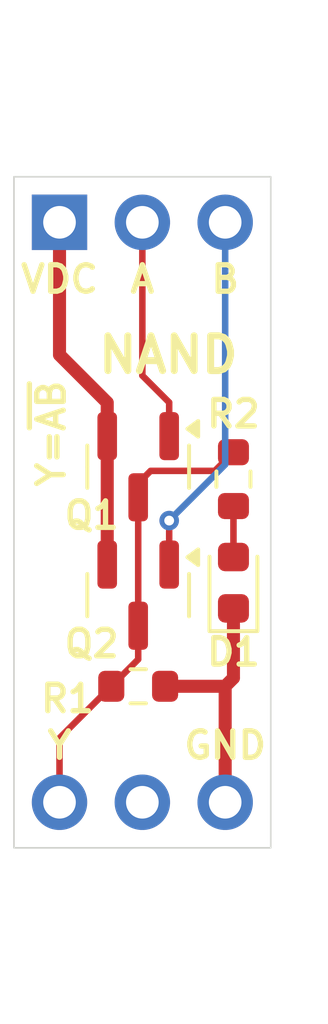
<source format=kicad_pcb>
(kicad_pcb (version 20241229) (generator "pcbnew") (generator_version "9.0")
  (title_block (title "NAND") (date "2025-03-24") (rev "1"))
  (layers (0 "F.Cu" signal) (2 "B.Cu" signal) (13 "F.Paste" user) (15 "B.Paste" user) (5 "F.SilkS" user "F.Silkscreen") (7 "B.SilkS" user "B.Silkscreen") (1 "F.Mask" user) (3 "B.Mask" user) (25 "Edge.Cuts" user))
  (net 0 "")
  (net 1 "GND")
  (net 2 "Net-(D1-A)")
  (net 3 "/Y")
  (net 4 "VDC")
  (net 5 "/B")
  (net 6 "/A")
  (footprint "Package_TO_SOT_SMD:SOT-23" (layer "F.Cu") (at 129.413 87.63 -90)
    (property "Reference" "Q2" (at 1.016 0.508 0) (layer "F.SilkS") (effects (font (size 0.8128 0.8128) (thickness 0.16256) (bold yes)) (justify right top)))
    (property "Value" "DMP2004K-7")
    (fp_line (start 0 1.56) (end -0.65 1.56) (stroke (width 0.12)) (layer "F.SilkS"))
    (fp_line (start 0 1.56) (end 0.65 1.56) (stroke (width 0.12)) (layer "F.SilkS"))
    (fp_line (start 0 -1.56) (end -0.65 -1.56) (stroke (width 0.12)) (layer "F.SilkS"))
    (fp_line (start 0 -1.56) (end 0.65 -1.56) (stroke (width 0.12)) (layer "F.SilkS"))
    (fp_poly (pts (xy -1.1625 -1.51) (xy -1.4025 -1.84) (xy -0.9225 -1.84) (xy -1.1625 -1.51)) (stroke (width 0.12)) (fill yes) (layer "F.SilkS"))
    (pad "1" smd roundrect (at -0.9375 -0.95 270) (size 1.475 0.6) (layers "F.Cu" "F.Mask" "F.Paste") (net 5 "/B"))
    (pad "2" smd roundrect (at -0.9375 0.95 270) (size 1.475 0.6) (layers "F.Cu" "F.Mask" "F.Paste") (net 4 "VDC"))
    (pad "3" smd roundrect (at 0.9375 0 270) (size 1.475 0.6) (layers "F.Cu" "F.Mask" "F.Paste") (net 3 "/Y"))
  )
  (footprint "Resistor_SMD:R_0603_1608Metric" (layer "F.Cu") (at 132.334 84.074 -90)
    (property "Reference" "R2" (at -1.524 0 0) (layer "F.SilkS") (effects (font (size 0.8128 0.8128) (thickness 0.16256) (bold yes)) (justify bottom)))
    (property "Value" "150")
    (fp_line (start -0.237258 0.5225) (end 0.237258 0.5225) (stroke (width 0.12)) (layer "F.SilkS"))
    (fp_line (start -0.237258 -0.5225) (end 0.237258 -0.5225) (stroke (width 0.12)) (layer "F.SilkS"))
    (pad "1" smd roundrect (at -0.825 0 270) (size 0.8 0.95) (layers "F.Cu" "F.Mask" "F.Paste") (net 3 "/Y"))
    (pad "2" smd roundrect (at 0.825 0 270) (size 0.8 0.95) (layers "F.Cu" "F.Mask" "F.Paste") (net 2 "Net-(D1-A)"))
  )
  (footprint "Package_TO_SOT_SMD:SOT-23" (layer "F.Cu") (at 129.413 83.693 -90)
    (property "Reference" "Q1" (at 1.016 0.508 0) (layer "F.SilkS") (effects (font (size 0.8128 0.8128) (thickness 0.16256) (bold yes)) (justify right top)))
    (property "Value" "DMP2004K-7")
    (fp_line (start 0 1.56) (end -0.65 1.56) (stroke (width 0.12)) (layer "F.SilkS"))
    (fp_line (start 0 1.56) (end 0.65 1.56) (stroke (width 0.12)) (layer "F.SilkS"))
    (fp_line (start 0 -1.56) (end -0.65 -1.56) (stroke (width 0.12)) (layer "F.SilkS"))
    (fp_line (start 0 -1.56) (end 0.65 -1.56) (stroke (width 0.12)) (layer "F.SilkS"))
    (fp_poly (pts (xy -1.1625 -1.51) (xy -1.4025 -1.84) (xy -0.9225 -1.84) (xy -1.1625 -1.51)) (stroke (width 0.12)) (fill yes) (layer "F.SilkS"))
    (pad "1" smd roundrect (at -0.9375 -0.95 270) (size 1.475 0.6) (layers "F.Cu" "F.Mask" "F.Paste") (net 6 "/A"))
    (pad "2" smd roundrect (at -0.9375 0.95 270) (size 1.475 0.6) (layers "F.Cu" "F.Mask" "F.Paste") (net 4 "VDC"))
    (pad "3" smd roundrect (at 0.9375 0 270) (size 1.475 0.6) (layers "F.Cu" "F.Mask" "F.Paste") (net 3 "/Y"))
  )
  (footprint "LED_SMD:LED_0603_1608Metric" (layer "F.Cu") (at 132.334 87.249 90)
    (property "Reference" "D1" (at -1.651 0 0) (layer "F.SilkS") (effects (font (size 0.8128 0.8128) (thickness 0.16256) (bold yes)) (justify top)))
    (property "Value" "LED")
    (fp_line (start 0.8 -0.735) (end -1.485 -0.735) (stroke (width 0.12)) (layer "F.SilkS"))
    (fp_line (start -1.485 -0.735) (end -1.485 0.735) (stroke (width 0.12)) (layer "F.SilkS"))
    (fp_line (start -1.485 0.735) (end 0.8 0.735) (stroke (width 0.12)) (layer "F.SilkS"))
    (pad "1" smd roundrect (at -0.7875 0 90) (size 0.875 0.95) (layers "F.Cu" "F.Mask" "F.Paste") (net 1 "GND"))
    (pad "2" smd roundrect (at 0.7875 0 90) (size 0.875 0.95) (layers "F.Cu" "F.Mask" "F.Paste") (net 2 "Net-(D1-A)"))
  )
  (footprint "Resistor_SMD:R_0603_1608Metric" (layer "F.Cu") (at 129.413 90.424)
    (property "Reference" "R1" (at -1.27 0.381 0) (layer "F.SilkS") (effects (font (size 0.8128 0.8128) (thickness 0.16256) (bold yes)) (justify right)))
    (property "Value" "10k")
    (fp_line (start -0.237258 -0.5225) (end 0.237258 -0.5225) (stroke (width 0.12)) (layer "F.SilkS"))
    (fp_line (start -0.237258 0.5225) (end 0.237258 0.5225) (stroke (width 0.12)) (layer "F.SilkS"))
    (pad "1" smd roundrect (at -0.825 0) (size 0.8 0.95) (layers "F.Cu" "F.Mask" "F.Paste") (net 3 "/Y"))
    (pad "2" smd roundrect (at 0.825 0) (size 0.8 0.95) (layers "F.Cu" "F.Mask" "F.Paste") (net 1 "GND"))
  )
  (footprint "Logic:PinHeader_1x03_P2.54mm_Vertical_Bottom" (layer "B.Cu") (at 127 93.98 -90)
    (property "Reference" "J2" (hide yes))
    (property "Value" "5-146280-3-ND")
    (pad "1" thru_hole circle (at 0 0 270) (size 1.7 1.7) (drill 1) (layers "*.Cu" "*.Mask") (net 3 "/Y"))
    (pad "2" thru_hole oval (at 0 -2.54 270) (size 1.7 1.7) (drill 1) (layers "*.Cu" "*.Mask"))
    (pad "3" thru_hole oval (at 0 -5.08 270) (size 1.7 1.7) (drill 1) (layers "*.Cu" "*.Mask") (net 1 "GND"))
  )
  (footprint "Logic:PinHeader_1x03_P2.54mm_Vertical_Top" (layer "B.Cu") (at 127 76.2 -90)
    (property "Reference" "J1" (hide yes))
    (property "Value" "5-146280-3-ND")
    (pad "1" thru_hole rect (at 0 0 270) (size 1.7 1.7) (drill 1) (layers "*.Cu" "*.Mask") (net 4 "VDC"))
    (pad "2" thru_hole oval (at 0 -2.54 270) (size 1.7 1.7) (drill 1) (layers "*.Cu" "*.Mask") (net 6 "/A"))
    (pad "3" thru_hole oval (at 0 -5.08 270) (size 1.7 1.7) (drill 1) (layers "*.Cu" "*.Mask") (net 5 "/B"))
  )
  (gr_rect (start 125.603 74.803) (end 133.477 95.377) (stroke (width 0.05)) (fill no) (layer "Edge.Cuts"))
  (gr_text "Y" (at 127 92.71 0) (layer "F.SilkS") (effects (font (size 0.8128 0.8128) (thickness 0.16256) (bold yes)) (justify bottom)))
  (gr_text "NAND" (at 132.588 80.264 0) (layer "F.SilkS") (effects (font (size 1.0668 1.0668) (thickness 0.21336) (bold yes)) (justify right)))
  (gr_text "A" (at 129.54 77.47 0) (layer "F.SilkS") (effects (font (size 0.8128 0.8128) (thickness 0.16256) (bold yes)) (justify top)))
  (gr_text "Y=~{AB}" (at 126.746 82.677 90) (layer "F.SilkS") (effects (font (size 0.8128 0.8128) (thickness 0.16256) (bold yes))))
  (gr_text "GND" (at 132.08 92.71 0) (layer "F.SilkS") (effects (font (size 0.8128 0.8128) (thickness 0.16256) (bold yes)) (justify bottom)))
  (gr_text "B" (at 132.08 77.47 0) (layer "F.SilkS") (effects (font (size 0.8128 0.8128) (thickness 0.16256) (bold yes)) (justify top)))
  (gr_text "VDC" (at 127 77.47 0) (layer "F.SilkS") (effects (font (size 0.8128 0.8128) (thickness 0.16256) (bold yes)) (justify top)))
  (segment (start 132.08 93.98) (end 132.08 90.424) (width 0.4) (layer "F.Cu") (net 1))
  (segment (start 132.334 88.0365) (end 132.334 90.17) (width 0.4) (layer "F.Cu") (net 1))
  (segment (start 132.08 90.424) (end 130.238 90.424) (width 0.4) (layer "F.Cu") (net 1))
  (segment (start 132.334 90.17) (end 132.08 90.424) (width 0.4) (layer "F.Cu") (net 1))
  (segment (start 132.334 84.899) (end 132.334 86.4615) (width 0.2) (layer "F.Cu") (net 2))
  (segment (start 127 92.012) (end 127 93.98) (width 0.2) (layer "F.Cu") (net 3))
  (segment (start 131.763 83.82) (end 129.794 83.82) (width 0.2) (layer "F.Cu") (net 3))
  (segment (start 129.413 88.5675) (end 129.413 84.6305) (width 0.2) (layer "F.Cu") (net 3))
  (segment (start 129.794 83.82) (end 129.413 84.201) (width 0.2) (layer "F.Cu") (net 3))
  (segment (start 129.413 84.201) (end 129.413 84.6305) (width 0.2) (layer "F.Cu") (net 3))
  (segment (start 129.413 89.599) (end 128.588 90.424) (width 0.2) (layer "F.Cu") (net 3))
  (segment (start 128.588 90.424) (end 127 92.012) (width 0.2) (layer "F.Cu") (net 3))
  (segment (start 129.413 88.5675) (end 129.413 89.599) (width 0.2) (layer "F.Cu") (net 3))
  (segment (start 132.334 83.249) (end 131.763 83.82) (width 0.2) (layer "F.Cu") (net 3))
  (segment (start 128.463 82.7555) (end 128.463 81.727) (width 0.4) (layer "F.Cu") (net 4))
  (segment (start 128.463 81.727) (end 127 80.264) (width 0.4) (layer "F.Cu") (net 4))
  (segment (start 128.463 86.6925) (end 128.463 82.7555) (width 0.4) (layer "F.Cu") (net 4))
  (segment (start 127 80.264) (end 127 76.2) (width 0.4) (layer "F.Cu") (net 4))
  (segment (start 130.363 86.6925) (end 130.363 85.344) (width 0.2) (layer "F.Cu") (net 5))
  (via (at 130.363 85.344) (size 0.6) (drill 0.3) (layers "F.Cu" "B.Cu") (net 5))
  (segment (start 132.08 76.2) (end 132.08 83.627) (width 0.2) (layer "B.Cu") (net 5))
  (segment (start 132.08 83.627) (end 130.363 85.344) (width 0.2) (layer "B.Cu") (net 5))
  (segment (start 130.363 81.722) (end 129.54 80.899) (width 0.2) (layer "F.Cu") (net 6))
  (segment (start 130.363 82.7555) (end 130.363 81.722) (width 0.2) (layer "F.Cu") (net 6))
  (segment (start 129.54 80.899) (end 129.54 76.2) (width 0.2) (layer "F.Cu") (net 6))
)
</source>
